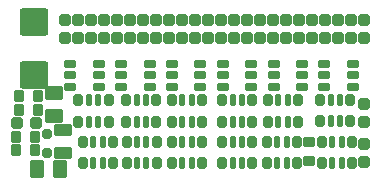
<source format=gts>
G04*
G04 #@! TF.GenerationSoftware,Altium Limited,Altium Designer,20.0.10 (225)*
G04*
G04 Layer_Color=7674933*
%FSLAX25Y25*%
%MOIN*%
G70*
G01*
G75*
G04:AMPARAMS|DCode=27|XSize=40.95mil|YSize=62.6mil|CornerRadius=6.3mil|HoleSize=0mil|Usage=FLASHONLY|Rotation=270.000|XOffset=0mil|YOffset=0mil|HoleType=Round|Shape=RoundedRectangle|*
%AMROUNDEDRECTD27*
21,1,0.04095,0.05000,0,0,270.0*
21,1,0.02835,0.06260,0,0,270.0*
1,1,0.01260,-0.02500,-0.01417*
1,1,0.01260,-0.02500,0.01417*
1,1,0.01260,0.02500,0.01417*
1,1,0.01260,0.02500,-0.01417*
%
%ADD27ROUNDEDRECTD27*%
G04:AMPARAMS|DCode=28|XSize=92.13mil|YSize=96.06mil|CornerRadius=11.42mil|HoleSize=0mil|Usage=FLASHONLY|Rotation=270.000|XOffset=0mil|YOffset=0mil|HoleType=Round|Shape=RoundedRectangle|*
%AMROUNDEDRECTD28*
21,1,0.09213,0.07323,0,0,270.0*
21,1,0.06929,0.09606,0,0,270.0*
1,1,0.02284,-0.03661,-0.03465*
1,1,0.02284,-0.03661,0.03465*
1,1,0.02284,0.03661,0.03465*
1,1,0.02284,0.03661,-0.03465*
%
%ADD28ROUNDEDRECTD28*%
G04:AMPARAMS|DCode=29|XSize=33.07mil|YSize=41.73mil|CornerRadius=5.51mil|HoleSize=0mil|Usage=FLASHONLY|Rotation=90.000|XOffset=0mil|YOffset=0mil|HoleType=Round|Shape=RoundedRectangle|*
%AMROUNDEDRECTD29*
21,1,0.03307,0.03071,0,0,90.0*
21,1,0.02205,0.04173,0,0,90.0*
1,1,0.01102,0.01535,0.01102*
1,1,0.01102,0.01535,-0.01102*
1,1,0.01102,-0.01535,-0.01102*
1,1,0.01102,-0.01535,0.01102*
%
%ADD29ROUNDEDRECTD29*%
G04:AMPARAMS|DCode=30|XSize=44.88mil|YSize=62.6mil|CornerRadius=6.69mil|HoleSize=0mil|Usage=FLASHONLY|Rotation=180.000|XOffset=0mil|YOffset=0mil|HoleType=Round|Shape=RoundedRectangle|*
%AMROUNDEDRECTD30*
21,1,0.04488,0.04921,0,0,180.0*
21,1,0.03150,0.06260,0,0,180.0*
1,1,0.01339,-0.01575,0.02461*
1,1,0.01339,0.01575,0.02461*
1,1,0.01339,0.01575,-0.02461*
1,1,0.01339,-0.01575,-0.02461*
%
%ADD30ROUNDEDRECTD30*%
%ADD31C,0.03701*%
G04:AMPARAMS|DCode=32|XSize=29.13mil|YSize=40.95mil|CornerRadius=5.12mil|HoleSize=0mil|Usage=FLASHONLY|Rotation=90.000|XOffset=0mil|YOffset=0mil|HoleType=Round|Shape=RoundedRectangle|*
%AMROUNDEDRECTD32*
21,1,0.02913,0.03071,0,0,90.0*
21,1,0.01890,0.04095,0,0,90.0*
1,1,0.01024,0.01535,0.00945*
1,1,0.01024,0.01535,-0.00945*
1,1,0.01024,-0.01535,-0.00945*
1,1,0.01024,-0.01535,0.00945*
%
%ADD32ROUNDEDRECTD32*%
G04:AMPARAMS|DCode=33|XSize=31.1mil|YSize=37.01mil|CornerRadius=5.32mil|HoleSize=0mil|Usage=FLASHONLY|Rotation=0.000|XOffset=0mil|YOffset=0mil|HoleType=Round|Shape=RoundedRectangle|*
%AMROUNDEDRECTD33*
21,1,0.03110,0.02638,0,0,0.0*
21,1,0.02047,0.03701,0,0,0.0*
1,1,0.01063,0.01024,-0.01319*
1,1,0.01063,-0.01024,-0.01319*
1,1,0.01063,-0.01024,0.01319*
1,1,0.01063,0.01024,0.01319*
%
%ADD33ROUNDEDRECTD33*%
G04:AMPARAMS|DCode=34|XSize=23.23mil|YSize=37.01mil|CornerRadius=4.53mil|HoleSize=0mil|Usage=FLASHONLY|Rotation=0.000|XOffset=0mil|YOffset=0mil|HoleType=Round|Shape=RoundedRectangle|*
%AMROUNDEDRECTD34*
21,1,0.02323,0.02795,0,0,0.0*
21,1,0.01417,0.03701,0,0,0.0*
1,1,0.00906,0.00709,-0.01398*
1,1,0.00906,-0.00709,-0.01398*
1,1,0.00906,-0.00709,0.01398*
1,1,0.00906,0.00709,0.01398*
%
%ADD34ROUNDEDRECTD34*%
G04:AMPARAMS|DCode=35|XSize=38.98mil|YSize=38.98mil|CornerRadius=6.1mil|HoleSize=0mil|Usage=FLASHONLY|Rotation=270.000|XOffset=0mil|YOffset=0mil|HoleType=Round|Shape=RoundedRectangle|*
%AMROUNDEDRECTD35*
21,1,0.03898,0.02677,0,0,270.0*
21,1,0.02677,0.03898,0,0,270.0*
1,1,0.01221,-0.01339,-0.01339*
1,1,0.01221,-0.01339,0.01339*
1,1,0.01221,0.01339,0.01339*
1,1,0.01221,0.01339,-0.01339*
%
%ADD35ROUNDEDRECTD35*%
G04:AMPARAMS|DCode=36|XSize=33.07mil|YSize=41.73mil|CornerRadius=5.51mil|HoleSize=0mil|Usage=FLASHONLY|Rotation=0.000|XOffset=0mil|YOffset=0mil|HoleType=Round|Shape=RoundedRectangle|*
%AMROUNDEDRECTD36*
21,1,0.03307,0.03071,0,0,0.0*
21,1,0.02205,0.04173,0,0,0.0*
1,1,0.01102,0.01102,-0.01535*
1,1,0.01102,-0.01102,-0.01535*
1,1,0.01102,-0.01102,0.01535*
1,1,0.01102,0.01102,0.01535*
%
%ADD36ROUNDEDRECTD36*%
G04:AMPARAMS|DCode=37|XSize=44.88mil|YSize=62.6mil|CornerRadius=6.69mil|HoleSize=0mil|Usage=FLASHONLY|Rotation=90.000|XOffset=0mil|YOffset=0mil|HoleType=Round|Shape=RoundedRectangle|*
%AMROUNDEDRECTD37*
21,1,0.04488,0.04921,0,0,90.0*
21,1,0.03150,0.06260,0,0,90.0*
1,1,0.01339,0.02461,0.01575*
1,1,0.01339,0.02461,-0.01575*
1,1,0.01339,-0.02461,-0.01575*
1,1,0.01339,-0.02461,0.01575*
%
%ADD37ROUNDEDRECTD37*%
G04:AMPARAMS|DCode=38|XSize=38.98mil|YSize=38.98mil|CornerRadius=6.1mil|HoleSize=0mil|Usage=FLASHONLY|Rotation=180.000|XOffset=0mil|YOffset=0mil|HoleType=Round|Shape=RoundedRectangle|*
%AMROUNDEDRECTD38*
21,1,0.03898,0.02677,0,0,180.0*
21,1,0.02677,0.03898,0,0,180.0*
1,1,0.01221,-0.01339,0.01339*
1,1,0.01221,0.01339,0.01339*
1,1,0.01221,0.01339,-0.01339*
1,1,0.01221,-0.01339,-0.01339*
%
%ADD38ROUNDEDRECTD38*%
D27*
X18307Y16535D02*
D03*
Y9055D02*
D03*
D28*
X8661Y52658D02*
D03*
Y34941D02*
D03*
D29*
X100295Y6299D02*
D03*
Y12598D02*
D03*
D30*
X17028Y3543D02*
D03*
X9547D02*
D03*
D31*
X12795Y15354D02*
D03*
X12795Y9055D02*
D03*
D32*
X114764Y31004D02*
D03*
Y34744D02*
D03*
Y38484D02*
D03*
X105315D02*
D03*
Y34744D02*
D03*
Y31004D02*
D03*
X37598D02*
D03*
Y34744D02*
D03*
Y38484D02*
D03*
X47047D02*
D03*
Y34744D02*
D03*
Y31004D02*
D03*
X30118D02*
D03*
Y34744D02*
D03*
Y38484D02*
D03*
X20669D02*
D03*
Y34744D02*
D03*
Y31004D02*
D03*
X54528D02*
D03*
Y34744D02*
D03*
Y38484D02*
D03*
X63976D02*
D03*
Y34744D02*
D03*
Y31004D02*
D03*
X80905D02*
D03*
Y34744D02*
D03*
Y38484D02*
D03*
X71457D02*
D03*
Y34744D02*
D03*
Y31004D02*
D03*
X88386D02*
D03*
Y34744D02*
D03*
Y38484D02*
D03*
X97835D02*
D03*
Y34744D02*
D03*
Y31004D02*
D03*
D33*
X114469Y5610D02*
D03*
Y12697D02*
D03*
X104429D02*
D03*
Y5610D02*
D03*
X39370D02*
D03*
Y12697D02*
D03*
X49409D02*
D03*
Y5610D02*
D03*
X34843D02*
D03*
Y12697D02*
D03*
X24803D02*
D03*
Y5610D02*
D03*
X54429D02*
D03*
Y12697D02*
D03*
X64468D02*
D03*
Y5610D02*
D03*
X81299D02*
D03*
Y12697D02*
D03*
X71260D02*
D03*
Y5610D02*
D03*
X86221D02*
D03*
Y12697D02*
D03*
X96260D02*
D03*
Y5610D02*
D03*
X49311Y19390D02*
D03*
Y26476D02*
D03*
X39272D02*
D03*
Y19390D02*
D03*
X23327D02*
D03*
Y26476D02*
D03*
X33366D02*
D03*
Y19390D02*
D03*
X64567D02*
D03*
Y26476D02*
D03*
X54528D02*
D03*
Y19390D02*
D03*
X71260D02*
D03*
Y26476D02*
D03*
X81299D02*
D03*
Y19390D02*
D03*
X96555D02*
D03*
Y26476D02*
D03*
X86516D02*
D03*
Y19390D02*
D03*
X103937Y19488D02*
D03*
Y26575D02*
D03*
X113976D02*
D03*
Y19488D02*
D03*
D34*
X107874Y12697D02*
D03*
X111024D02*
D03*
Y5610D02*
D03*
X107874D02*
D03*
X42815D02*
D03*
X45965D02*
D03*
Y12697D02*
D03*
X42815D02*
D03*
X28248D02*
D03*
X31398D02*
D03*
Y5610D02*
D03*
X28248D02*
D03*
X57874D02*
D03*
X61024D02*
D03*
Y12697D02*
D03*
X57874D02*
D03*
X74705D02*
D03*
X77854D02*
D03*
Y5610D02*
D03*
X74705D02*
D03*
X89665D02*
D03*
X92815D02*
D03*
Y12697D02*
D03*
X89665D02*
D03*
X42717Y26476D02*
D03*
X45866D02*
D03*
Y19390D02*
D03*
X42717D02*
D03*
X26772D02*
D03*
X29921D02*
D03*
Y26476D02*
D03*
X26772D02*
D03*
X57973D02*
D03*
X61122D02*
D03*
Y19390D02*
D03*
X57973D02*
D03*
X74705D02*
D03*
X77854D02*
D03*
Y26476D02*
D03*
X74705D02*
D03*
X89961D02*
D03*
X93110D02*
D03*
Y19390D02*
D03*
X89961D02*
D03*
X107382Y19488D02*
D03*
X110531D02*
D03*
Y26575D02*
D03*
X107382D02*
D03*
D35*
X118504Y5748D02*
D03*
Y11969D02*
D03*
X83957Y47185D02*
D03*
Y53406D02*
D03*
X79626D02*
D03*
Y47185D02*
D03*
X75295D02*
D03*
Y53406D02*
D03*
X70965D02*
D03*
Y47185D02*
D03*
X88287D02*
D03*
Y53406D02*
D03*
X92618D02*
D03*
Y47185D02*
D03*
X96949D02*
D03*
Y53406D02*
D03*
X101279D02*
D03*
Y47185D02*
D03*
X53642D02*
D03*
Y53406D02*
D03*
X57973D02*
D03*
Y47185D02*
D03*
X62303D02*
D03*
Y53406D02*
D03*
X66634D02*
D03*
Y47185D02*
D03*
X18996D02*
D03*
Y53406D02*
D03*
X23327D02*
D03*
Y47185D02*
D03*
X27657D02*
D03*
Y53406D02*
D03*
X31988D02*
D03*
Y47185D02*
D03*
X36319D02*
D03*
Y53406D02*
D03*
X40650D02*
D03*
Y47185D02*
D03*
X44980D02*
D03*
Y53406D02*
D03*
X49311D02*
D03*
Y47185D02*
D03*
X118504Y19134D02*
D03*
Y25354D02*
D03*
X105610Y47185D02*
D03*
Y53406D02*
D03*
X109941D02*
D03*
Y47185D02*
D03*
X114272D02*
D03*
Y53406D02*
D03*
X118602D02*
D03*
Y47185D02*
D03*
D36*
X2559Y14272D02*
D03*
X8858D02*
D03*
Y9744D02*
D03*
X2559D02*
D03*
X9843Y23228D02*
D03*
X3543D02*
D03*
X9843Y27854D02*
D03*
X3543D02*
D03*
D37*
X15157Y28740D02*
D03*
Y21260D02*
D03*
D38*
X2795Y18799D02*
D03*
X9016D02*
D03*
M02*

</source>
